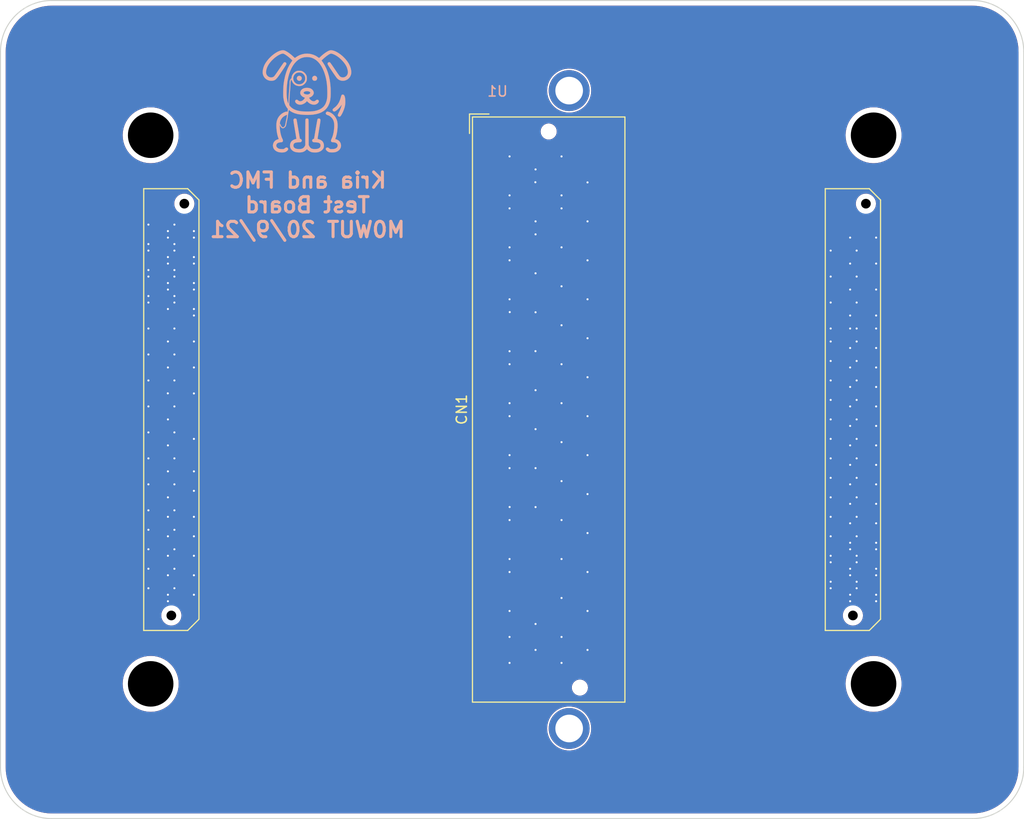
<source format=kicad_pcb>
(kicad_pcb (version 20210824) (generator pcbnew)
  (layers (0 "F.Cu" signal) (1 "In1.Cu" signal) (2 "In2.Cu" signal) (31 "B.Cu" signal) (34 "B.Paste" user) (35 "F.Paste" user) (36 "B.SilkS" user "B.Silkscreen") (37 "F.SilkS" user "F.Silkscreen") (38 "B.Mask" user) (39 "F.Mask" user) (44 "Edge.Cuts" user))
  (net 0 "")
  (net 1 "GND")
  (footprint "Connector_WUT:Samtec_FMC_ASP-134604-01_4x40_Vertical" (layer "F.Cu") (at 123.574048 100)
    (fp_text reference "CN1")
    (fp_text value "FMC_Mezzanine")
  )
  (footprint "Modules_WUT:Xilinx_Kria_SM-K26-XCL2GC_SOM" (layer "F.Cu") (at 120 100)
    (fp_text reference "U1")
    (fp_text value "Xilinx_Kria_SM-K26-XCL2GC_SOM")
  )
  (footprint "Misc_WUT:Logo_10mmx10mm" (layer "B.Cu") (at 100 70 180)
    (fp_text reference "M1" hide)
    (fp_text value "Logo_10mmx10mm" hide)
  )
  (gr_arc (start 165 65) (end 170 65) (angle -90) (layer "Edge.Cuts") (width 0.1))
  (gr_arc (start 165 135) (end 165 140) (angle -90) (layer "Edge.Cuts") (width 0.1))
  (gr_line (start 70 65) (end 70 135) (layer "Edge.Cuts") (width 0.1))
  (gr_line (start 165 60) (end 75 60) (layer "Edge.Cuts") (width 0.1))
  (gr_arc (start 75 65) (end 75 60) (angle -90) (layer "Edge.Cuts") (width 0.1))
  (gr_line (start 170 135) (end 170 65) (layer "Edge.Cuts") (width 0.1))
  (gr_arc (start 75 135) (end 70 135) (angle -90) (layer "Edge.Cuts") (width 0.1))
  (gr_line (start 75 140) (end 165 140) (layer "Edge.Cuts") (width 0.1))
  (gr_text "Kria and FMC\nTest Board\nM0WUT 20/9/21" (at 100 80) (layer "B.SilkS") (effects (font (size 1.5 1.5) (thickness 0.3)) (justify mirror)))
  (segment (start 151.14 99.05) (end 151.13 99.06) (width 0.2) (layer "F.Cu") (net 1))
  (segment (start 85.905 87.62) (end 86.35 87.62) (width 0.2) (layer "F.Cu") (net 1))
  (segment (start 119.766548 84.12) (end 119.749048 84.1375) (width 0.2) (layer "F.Cu") (net 1))
  (segment (start 154.095 92.065) (end 153.68 92.065) (width 0.2) (layer "F.Cu") (net 1))
  (segment (start 86.35 93.335) (end 86.36 93.345) (width 0.2) (layer "F.Cu") (net 1))
  (segment (start 120.404048 75.23) (end 119.766548 75.23) (width 0.2) (layer "F.Cu") (net 1))
  (segment (start 84.945 97.145) (end 84.465 97.145) (width 0.2) (layer "F.Cu") (net 1))
  (segment (start 154.095 116.83) (end 153.68 116.83) (width 0.2) (layer "F.Cu") (net 1))
  (segment (start 151.14 116.83) (end 151.13 116.84) (width 0.2) (layer "F.Cu") (net 1))
  (segment (start 151.555 110.48) (end 151.14 110.48) (width 0.2) (layer "F.Cu") (net 1))
  (segment (start 85.905 106.035) (end 86.35 106.035) (width 0.2) (layer "F.Cu") (net 1))
  (segment (start 87.485 83.81) (end 87.005 83.81) (width 0.2) (layer "F.Cu") (net 1))
  (segment (start 155.055 97.78) (end 155.565 97.78) (width 0.2) (layer "F.Cu") (net 1))
  (segment (start 125.484048 114.61) (end 124.836548 114.61) (width 0.2) (layer "F.Cu") (net 1))
  (segment (start 153.025 97.78) (end 153.035 97.79) (width 0.2) (layer "F.Cu") (net 1))
  (segment (start 153.68 104.765) (end 153.67 104.775) (width 0.2) (layer "F.Cu") (net 1))
  (segment (start 151.14 89.525) (end 151.13 89.535) (width 0.2) (layer "F.Cu") (net 1))
  (segment (start 85.905 116.195) (end 86.35 116.195) (width 0.2) (layer "F.Cu") (net 1))
  (segment (start 155.055 113.02) (end 155.565 113.02) (width 0.2) (layer "F.Cu") (net 1))
  (segment (start 155.565 90.795) (end 155.575 90.805) (width 0.2) (layer "F.Cu") (net 1))
  (segment (start 154.095 100.955) (end 153.68 100.955) (width 0.2) (layer "F.Cu") (net 1))
  (segment (start 120.404048 115.88) (end 119.756548 115.88) (width 0.2) (layer "F.Cu") (net 1))
  (segment (start 84.945 109.845) (end 84.465 109.845) (width 0.2) (layer "F.Cu") (net 1))
  (segment (start 122.271548 90.47) (end 122.289048 90.4875) (width 0.2) (layer "F.Cu") (net 1))
  (segment (start 154.095 99.05) (end 153.68 99.05) (width 0.2) (layer "F.Cu") (net 1))
  (segment (start 127.351548 93.01) (end 127.369048 93.0275) (width 0.2) (layer "F.Cu") (net 1))
  (segment (start 87.005 83.81) (end 86.995 83.82) (width 0.2) (layer "F.Cu") (net 1))
  (segment (start 87.485 84.445) (end 87.005 84.445) (width 0.2) (layer "F.Cu") (net 1))
  (segment (start 86.35 110.48) (end 86.36 110.49) (width 0.2) (layer "F.Cu") (net 1))
  (segment (start 84.945 83.81) (end 84.465 83.81) (width 0.2) (layer "F.Cu") (net 1))
  (segment (start 152.515 107.305) (end 153.025 107.305) (width 0.2) (layer "F.Cu") (net 1))
  (segment (start 88.89 114.29) (end 88.9 114.3) (width 0.2) (layer "F.Cu") (net 1))
  (segment (start 151.14 95.24) (end 151.13 95.25) (width 0.2) (layer "F.Cu") (net 1))
  (segment (start 119.756548 124.77) (end 119.749048 124.7775) (width 0.2) (layer "F.Cu") (net 1))
  (segment (start 87.005 88.89) (end 86.995 88.9) (width 0.2) (layer "F.Cu") (net 1))
  (segment (start 151.555 99.05) (end 151.14 99.05) (width 0.2) (layer "F.Cu") (net 1))
  (segment (start 154.095 97.145) (end 153.68 97.145) (width 0.2) (layer "F.Cu") (net 1))
  (segment (start 88.89 88.255) (end 88.9 88.265) (width 0.2) (layer "F.Cu") (net 1))
  (segment (start 84.945 94.605) (end 84.465 94.605) (width 0.2) (layer "F.Cu") (net 1))
  (segment (start 124.846548 84.12) (end 124.829048 84.1375) (width 0.2) (layer "F.Cu") (net 1))
  (segment (start 88.445 85.08) (end 88.89 85.08) (width 0.2) (layer "F.Cu") (net 1))
  (segment (start 151.555 93.335) (end 151.14 93.335) (width 0.2) (layer "F.Cu") (net 1))
  (segment (start 85.905 95.875) (end 86.35 95.875) (width 0.2) (layer "F.Cu") (net 1))
  (segment (start 155.565 83.175) (end 155.575 83.185) (width 0.2) (layer "F.Cu") (net 1))
  (segment (start 153.68 86.985) (end 153.67 86.995) (width 0.2) (layer "F.Cu") (net 1))
  (segment (start 124.836548 122.23) (end 124.829048 122.2375) (width 0.2) (layer "F.Cu") (net 1))
  (segment (start 84.945 92.065) (end 84.465 92.065) (width 0.2) (layer "F.Cu") (net 1))
  (segment (start 155.565 88.255) (end 155.575 88.265) (width 0.2) (layer "F.Cu") (net 1))
  (segment (start 87.485 109.845) (end 87.005 109.845) (width 0.2) (layer "F.Cu") (net 1))
  (segment (start 84.465 86.35) (end 84.455 86.36) (width 0.2) (layer "F.Cu") (net 1))
  (segment (start 85.905 112.385) (end 86.35 112.385) (width 0.2) (layer "F.Cu") (net 1))
  (segment (start 125.484048 87.94) (end 124.836548 87.94) (width 0.2) (layer "F.Cu") (net 1))
  (segment (start 122.271548 98.09) (end 122.289048 98.1075) (width 0.2) (layer "F.Cu") (net 1))
  (segment (start 152.515 85.715) (end 153.025 85.715) (width 0.2) (layer "F.Cu") (net 1))
  (segment (start 85.905 85.715) (end 86.35 85.715) (width 0.2) (layer "F.Cu") (net 1))
  (segment (start 127.361548 89.21) (end 127.369048 89.2175) (width 0.2) (layer "F.Cu") (net 1))
  (segment (start 87.005 94.605) (end 86.995 94.615) (width 0.2) (layer "F.Cu") (net 1))
  (segment (start 119.756548 79.05) (end 119.749048 79.0575) (width 0.2) (layer "F.Cu") (net 1))
  (segment (start 155.055 118.735) (end 155.565 118.735) (width 0.2) (layer "F.Cu") (net 1))
  (segment (start 153.68 117.465) (end 153.67 117.475) (width 0.2) (layer "F.Cu") (net 1))
  (segment (start 151.14 93.335) (end 151.13 93.345) (width 0.2) (layer "F.Cu") (net 1))
  (segment (start 151.14 112.385) (end 151.13 112.395) (width 0.2) (layer "F.Cu") (net 1))
  (segment (start 121.664048 86.66) (end 122.271548 86.66) (width 0.2) (layer "F.Cu") (net 1))
  (segment (start 119.756548 115.88) (end 119.749048 115.8875) (width 0.2) (layer "F.Cu") (net 1))
  (segment (start 151.555 100.955) (end 151.14 100.955) (width 0.2) (layer "F.Cu") (net 1))
  (segment (start 85.905 114.29) (end 86.35 114.29) (width 0.2) (layer "F.Cu") (net 1))
  (segment (start 151.555 108.575) (end 151.14 108.575) (width 0.2) (layer "F.Cu") (net 1))
  (segment (start 153.68 99.05) (end 153.67 99.06) (width 0.2) (layer "F.Cu") (net 1))
  (segment (start 126.744048 89.21) (end 127.361548 89.21) (width 0.2) (layer "F.Cu") (net 1))
  (segment (start 120.404048 79.05) (end 119.756548 79.05) (width 0.2) (layer "F.Cu") (net 1))
  (segment (start 126.744048 77.77) (end 127.351548 77.77) (width 0.2) (layer "F.Cu") (net 1))
  (segment (start 155.565 92.065) (end 155.575 92.075) (width 0.2) (layer "F.Cu") (net 1))
  (segment (start 152.515 118.1) (end 153.025 118.1) (width 0.2) (layer "F.Cu") (net 1))
  (segment (start 153.025 90.795) (end 153.035 90.805) (width 0.2) (layer "F.Cu") (net 1))
  (segment (start 127.059048 96.83) (end 126.744048 96.83) (width 0.2) (layer "F.Cu") (net 1))
  (segment (start 126.744048 112.06) (end 127.351548 112.06) (width 0.2) (layer "F.Cu") (net 1))
  (segment (start 86.35 85.715) (end 86.36 85.725) (width 0.2) (layer "F.Cu") (net 1))
  (segment (start 87.485 115.56) (end 87.005 115.56) (width 0.2) (layer "F.Cu") (net 1))
  (segment (start 86.35 95.875) (end 86.36 95.885) (width 0.2) (layer "F.Cu") (net 1))
  (segment (start 124.846548 95.55) (end 124.829048 95.5675) (width 0.2) (layer "F.Cu") (net 1))
  (segment (start 119.756548 104.45) (end 119.749048 104.4575) (width 0.2) (layer "F.Cu") (net 1))
  (segment (start 152.515 101.59) (end 153.025 101.59) (width 0.2) (layer "F.Cu") (net 1))
  (segment (start 119.756548 100.64) (end 119.749048 100.6475) (width 0.2) (layer "F.Cu") (net 1))
  (segment (start 88.445 98.415) (end 88.89 98.415) (width 0.2) (layer "F.Cu") (net 1))
  (segment (start 155.055 113.655) (end 155.565 113.655) (width 0.2) (layer "F.Cu") (net 1))
  (segment (start 88.445 118.1) (end 88.89 118.1) (width 0.2) (layer "F.Cu") (net 1))
  (segment (start 84.945 115.56) (end 84.465 115.56) (width 0.2) (layer "F.Cu") (net 1))
  (segment (start 85.905 118.1) (end 86.35 118.1) (width 0.2) (layer "F.Cu") (net 1))
  (segment (start 121.664048 77.77) (end 122.271548 77.77) (width 0.2) (layer "F.Cu") (net 1))
  (segment (start 88.89 106.035) (end 88.9 106.045) (width 0.2) (layer "F.Cu") (net 1))
  (segment (start 155.565 116.195) (end 155.575 116.205) (width 0.2) (layer "F.Cu") (net 1))
  (segment (start 119.756548 94.29) (end 119.749048 94.2975) (width 0.2) (layer "F.Cu") (net 1))
  (segment (start 121.664048 123.5) (end 122.281548 123.5) (width 0.2) (layer "F.Cu") (net 1))
  (segment (start 120.404048 109.53) (end 119.756548 109.53) (width 0.2) (layer "F.Cu") (net 1))
  (segment (start 119.766548 95.55) (end 119.749048 95.5675) (width 0.2) (layer "F.Cu") (net 1))
  (segment (start 124.836548 87.94) (end 124.829048 87.9475) (width 0.2) (layer "F.Cu") (net 1))
  (segment (start 84.945 102.225) (end 84.465 102.225) (width 0.2) (layer "F.Cu") (net 1))
  (segment (start 153.68 93.335) (end 153.67 93.345) (width 0.2) (layer "F.Cu") (net 1))
  (segment (start 86.35 118.735) (end 86.36 118.745) (width 0.2) (layer "F.Cu") (net 1))
  (segment (start 84.465 115.56) (end 84.455 115.57) (width 0.2) (layer "F.Cu") (net 1))
  (segment (start 155.565 118.735) (end 155.575 118.745) (width 0.2) (layer "F.Cu") (net 1))
  (segment (start 84.465 97.145) (end 84.455 97.155) (width 0.2) (layer "F.Cu") (net 1))
  (segment (start 124.846548 91.74) (end 124.829048 91.7575) (width 0.2) (layer "F.Cu") (net 1))
  (segment (start 153.025 118.735) (end 153.035 118.745) (width 0.2) (layer "F.Cu") (net 1))
  (segment (start 126.744048 104.45) (end 127.361548 104.45) (width 0.2) (layer "F.Cu") (net 1))
  (segment (start 151.555 86.985) (end 151.14 86.985) (width 0.2) (layer "F.Cu") (net 1))
  (segment (start 88.89 82.54) (end 88.9 82.55) (width 0.2) (layer "F.Cu") (net 1))
  (segment (start 152.515 113.655) (end 153.025 113.655) (width 0.2) (layer "F.Cu") (net 1))
  (segment (start 151.555 117.465) (end 151.14 117.465) (width 0.2) (layer "F.Cu") (net 1))
  (segment (start 120.404048 105.71) (end 119.766548 105.71) (width 0.2) (layer "F.Cu") (net 1))
  (segment (start 153.025 118.1) (end 153.035 118.11) (width 0.2) (layer "F.Cu") (net 1))
  (segment (start 84.465 92.065) (end 84.455 92.075) (width 0.2) (layer "F.Cu") (net 1))
  (segment (start 125.484048 95.55) (end 124.846548 95.55) (width 0.2) (layer "F.Cu") (net 1))
  (segment (start 153.025 95.875) (end 153.035 95.885) (width 0.2) (layer "F.Cu") (net 1))
  (segment (start 122.271548 120.95) (end 122.289048 120.9675) (width 0.2) (layer "F.Cu") (net 1))
  (segment (start 155.565 113.655) (end 155.575 113.665) (width 0.2) (layer "F.Cu") (net 1))
  (segment (start 84.945 86.35) (end 84.465 86.35) (width 0.2) (layer "F.Cu") (net 1))
  (segment (start 154.095 114.925) (end 153.68 114.925) (width 0.2) (layer "F.Cu") (net 1))
  (segment (start 119.766548 105.71) (end 119.749048 105.7275) (width 0.2) (layer "F.Cu") (net 1))
  (segment (start 151.14 114.925) (end 151.13 114.935) (width 0.2) (layer "F.Cu") (net 1))
  (segment (start 152.515 103.495) (end 153.025 103.495) (width 0.2) (layer "F.Cu") (net 1))
  (segment (start 84.465 107.305) (end 84.455 107.315) (width 0.2) (layer "F.Cu") (net 1))
  (segment (start 84.945 88.89) (end 84.465 88.89) (width 0.2) (layer "F.Cu") (net 1))
  (segment (start 87.485 107.305) (end 87.005 107.305) (width 0.2) (layer "F.Cu") (net 1))
  (segment (start 125.484048 84.12) (end 124.846548 84.12) (width 0.2) (layer "F.Cu") (net 1))
  (segment (start 88.89 90.795) (end 88.9 90.805) (width 0.2) (layer "F.Cu") (net 1))
  (segment (start 127.361548 108.26) (end 127.369048 108.2675) (width 0.2) (layer "F.Cu") (net 1))
  (segment (start 155.565 111.115) (end 155.575 111.125) (width 0.2) (layer "F.Cu") (net 1))
  (segment (start 126.744048 100.62) (end 127.341548 100.62) (width 0.2) (layer "F.Cu") (net 1))
  (segment (start 155.055 99.685) (end 155.565 99.685) (width 0.2) (layer "F.Cu") (net 1))
  (segment (start 151.14 117.465) (end 151.13 117.475) (width 0.2) (layer "F.Cu") (net 1))
  (segment (start 155.055 103.495) (end 155.565 103.495) (width 0.2) (layer "F.Cu") (net 1))
  (segment (start 151.14 102.86) (end 151.13 102.87) (width 0.2) (layer "F.Cu") (net 1))
  (segment (start 125.484048 79.05) (end 124.836548 79.05) (width 0.2) (layer "F.Cu") (net 1))
  (segment (start 120.404048 124.77) (end 119.756548 124.77) (width 0.2) (layer "F.Cu") (net 1))
  (segment (start 153.68 102.86) (end 153.67 102.87) (width 0.2) (layer "F.Cu") (net 1))
  (segment (start 155.565 109.21) (end 155.575 109.22) (width 0.2) (layer "F.Cu") (net 1))
  (segment (start 153.025 116.195) (end 153.035 116.205) (width 0.2) (layer "F.Cu") (net 1))
  (segment (start 88.89 116.195) (end 88.9 116.205) (width 0.2) (layer "F.Cu") (net 1))
  (segment (start 127.369048 96.8375) (end 127.059048 96.83) (width 0.2) (layer "F.Cu") (net 1))
  (segment (start 153.025 99.685) (end 153.035 99.695) (width 0.2) (layer "F.Cu") (net 1))
  (segment (start 152.515 97.78) (end 153.025 97.78) (width 0.2) (layer "F.Cu") (net 1))
  (segment (start 122.271548 86.66) (end 122.289048 86.6775) (width 0.2) (layer "F.Cu") (net 1))
  (segment (start 85.905 82.54) (end 86.35 82.54) (width 0.2) (layer "F.Cu") (net 1))
  (segment (start 88.445 112.385) (end 88.89 112.385) (width 0.2) (layer "F.Cu") (net 1))
  (segment (start 122.281548 81.59) (end 122.289048 81.5975) (width 0.2) (layer "F.Cu") (net 1))
  (segment (start 88.445 93.335) (end 88.89 93.335) (width 0.2) (layer "F.Cu") (net 1))
  (segment (start 154.095 112.385) (end 153.68 112.385) (width 0.2) (layer "F.Cu") (net 1))
  (segment (start 153.68 95.24) (end 153.67 95.25) (width 0.2) (layer "F.Cu") (net 1))
  (segment (start 151.14 106.67) (end 151.13 106.68) (width 0.2) (layer "F.Cu") (net 1))
  (segment (start 153.68 84.445) (end 153.67 84.455) (width 0.2) (layer "F.Cu") (net 1))
  (segment (start 85.905 90.16) (end 86.35 90.16) (width 0.2) (layer "F.Cu") (net 1))
  (segment (start 151.555 104.765) (end 151.14 104.765) (width 0.2) (layer "F.Cu") (net 1))
  (segment (start 88.89 87.62) (end 88.9 87.63) (width 0.2) (layer "F.Cu") (net 1))
  (segment (start 86.35 108.575) (end 86.36 108.585) (width 0.2) (layer "F.Cu") (net 1))
  (segment (start 154.095 114.29) (end 153.68 114.29) (width 0.2) (layer "F.Cu") (net 1))
  (segment (start 120.404048 94.29) (end 119.756548 94.29) (width 0.2) (layer "F.Cu") (net 1))
  (segment (start 122.281548 82.86) (end 122.289048 82.8675) (width 0.2) (layer "F.Cu") (net 1))
  (segment (start 155.565 105.4) (end 155.575 105.41) (width 0.2) (layer "F.Cu") (net 1))
  (segment (start 120.404048 104.45) (end 119.756548 104.45) (width 0.2) (layer "F.Cu") (net 1))
  (segment (start 153.68 89.525) (end 153.67 89.535) (width 0.2) (layer "F.Cu") (net 1))
  (segment (start 127.361548 115.88) (end 127.369048 115.8875) (width 0.2) (layer "F.Cu") (net 1))
  (segment (start 151.555 116.83) (end 151.14 116.83) (width 0.2) (layer "F.Cu") (net 1))
  (segment (start 155.055 83.175) (end 155.565 83.175) (width 0.2) (layer "F.Cu") (net 1))
  (segment (start 126.744048 108.26) (end 127.361548 108.26) (width 0.2) (layer "F.Cu") (net 1))
  (segment (start 87.485 88.89) (end 87.005 88.89) (width 0.2) (layer "F.Cu") (net 1))
  (segment (start 124.846548 103.17) (end 124.829048 103.1875) (width 0.2) (layer "F.Cu") (net 1))
  (segment (start 121.664048 76.5) (end 122.271548 76.5) (width 0.2) (layer "F.Cu") (net 1))
  (segment (start 155.055 109.21) (end 155.565 109.21) (width 0.2) (layer "F.Cu") (net 1))
  (segment (start 86.35 83.175) (end 86.36 83.185) (width 0.2) (layer "F.Cu") (net 1))
  (segment (start 154.095 84.445) (end 153.68 84.445) (width 0.2) (layer "F.Cu") (net 1))
  (segment (start 88.89 90.16) (end 88.9 90.17) (width 0.2) (layer "F.Cu") (net 1))
  (segment (start 152.515 105.4) (end 153.025 105.4) (width 0.2) (layer "F.Cu") (net 1))
  (segment (start 127.351548 85.39) (end 127.369048 85.4075) (width 0.2) (layer "F.Cu") (net 1))
  (segment (start 155.055 92.065) (end 155.565 92.065) (width 0.2) (layer "F.Cu") (net 1))
  (segment (start 153.025 113.655) (end 153.035 113.665) (width 0.2) (layer "F.Cu") (net 1))
  (segment (start 87.005 97.145) (end 86.995 97.155) (width 0.2) (layer "F.Cu") (net 1))
  (segment (start 86.35 82.54) (end 86.36 82.55) (width 0.2) (layer "F.Cu") (net 1))
  (segment (start 121.664048 94.29) (end 122.281548 94.29) (width 0.2) (layer "F.Cu") (net 1))
  (segment (start 87.485 102.225) (end 87.005 102.225) (width 0.2) (layer "F.Cu") (net 1))
  (segment (start 122.271548 76.5) (end 122.289048 76.5175) (width 0.2) (layer "F.Cu") (net 1))
  (segment (start 86.35 85.08) (end 86.36 85.09) (width 0.2) (layer "F.Cu") (net 1))
  (segment (start 155.055 107.305) (end 155.565 107.305) (width 0.2) (layer "F.Cu") (net 1))
  (segment (start 121.664048 101.91) (end 122.281548 101.91) (width 0.2) (layer "F.Cu") (net 1))
  (segment (start 152.515 109.21) (end 153.025 109.21) (width 0.2) (layer "F.Cu") (net 1))
  (segment (start 151.555 89.525) (end 151.14 89.525) (width 0.2) (layer "F.Cu") (net 1))
  (segment (start 151.14 100.955) (end 151.13 100.965) (width 0.2) (layer "F.Cu") (net 1))
  (segment (start 153.68 108.575) (end 153.67 108.585) (width 0.2) (layer "F.Cu") (net 1))
  (segment (start 86.35 106.035) (end 86.36 106.045) (width 0.2) (layer "F.Cu") (net 1))
  (segment (start 151.555 106.67) (end 151.14 106.67) (width 0.2) (layer "F.Cu") (net 1))
  (segment (start 86.35 100.955) (end 86.36 100.965) (width 0.2) (layer "F.Cu") (net 1))
  (segment (start 154.095 86.985) (end 153.68 86.985) (width 0.2) (layer "F.Cu") (net 1))
  (segment (start 153.68 106.67) (end 153.67 106.68) (width 0.2) (layer "F.Cu") (net 1))
  (segment (start 86.35 90.16) (end 86.36 90.17) (width 0.2) (layer "F.Cu") (net 1))
  (segment (start 120.404048 100.64) (end 119.756548 100.64) (width 0.2) (layer "F.Cu") (net 1))
  (segment (start 151.14 97.145) (end 151.13 97.155) (width 0.2) (layer "F.Cu") (net 1))
  (segment (start 87.485 86.35) (end 87.005 86.35) (width 0.2) (layer "F.Cu") (net 1))
  (segment (start 124.846548 118.41) (end 124.829048 118.4275) (width 0.2) (layer "F.Cu") (net 1))
  (segment (start 87.005 111.75) (end 86.995 111.76) (width 0.2) (layer "F.Cu") (net 1))
  (segment (start 125.484048 118.41) (end 124.846548 118.41) (width 0.2) (layer "F.Cu") (net 1))
  (segment (start 87.005 113.655) (end 86.995 113.665) (width 0.2) (layer "F.Cu") (net 1))
  (segment (start 88.89 83.175) (end 88.9 83.185) (width 0.2) (layer "F.Cu") (net 1))
  (segment (start 84.945 111.75) (end 84.465 111.75) (width 0.2) (layer "F.Cu") (net 1))
  (segment (start 151.14 104.765) (end 151.13 104.775) (width 0.2) (layer "F.Cu") (net 1))
  (segment (start 84.465 94.605) (end 84.455 94.615) (width 0.2) (layer "F.Cu") (net 1))
  (segment (start 87.005 81.905) (end 86.995 81.915) (width 0.2) (layer "F.Cu") (net 1))
  (segment (start 153.025 93.97) (end 153.035 93.98) (width 0.2) (layer "F.Cu") (net 1))
  (segment (start 87.005 104.765) (end 86.995 104.775) (width 0.2) (layer "F.Cu") (net 1))
  (segment (start 87.485 81.905) (end 87.005 81.905) (width 0.2) (layer "F.Cu") (net 1))
  (segment (start 152.515 90.795) (end 153.025 90.795) (width 0.2) (layer "F.Cu") (net 1))
  (segment (start 155.055 101.59) (end 155.565 101.59) (width 0.2) (layer "F.Cu") (net 1))
  (segment (start 125.484048 106.99) (end 124.836548 106.99) (width 0.2) (layer "F.Cu") (net 1))
  (segment (start 151.555 92.065) (end 151.14 92.065) (width 0.2) (layer "F.Cu") (net 1))
  (segment (start 153.68 112.385) (end 153.67 112.395) (width 0.2) (layer "F.Cu") (net 1))
  (segment (start 120.404048 84.12) (end 119.766548 84.12) (width 0.2) (layer "F.Cu") (net 1))
  (segment (start 85.905 83.175) (end 86.35 83.175) (width 0.2) (layer "F.Cu") (net 1))
  (segment (start 126.744048 81.59) (end 127.361548 81.59) (width 0.2) (layer "F.Cu") (net 1))
  (segment (start 152.515 115.56) (end 153.025 115.56) (width 0.2) (layer "F.Cu") (net 1))
  (segment (start 87.485 89.525) (end 87.005 89.525) (width 0.2) (layer "F.Cu") (net 1))
  (segment (start 155.055 95.875) (end 155.565 95.875) (width 0.2) (layer "F.Cu") (net 1))
  (segment (start 125.484048 103.17) (end 124.846548 103.17) (width 0.2) (layer "F.Cu") (net 1))
  (segment (start 151.555 84.445) (end 151.4575 84.445) (width 0.2) (layer "F.Cu") (net 1))
  (segment (start 84.465 83.81) (end 84.455 83.82) (width 0.2) (layer "F.Cu") (net 1))
  (segment (start 125.484048 80.32) (end 124.836548 80.32) (width 0.2) (layer "F.Cu") (net 1))
  (segment (start 84.945 99.685) (end 84.465 99.685) (width 0.2) (layer "F.Cu") (net 1))
  (segment (start 125.484048 110.79) (end 124.846548 110.79) (width 0.2) (layer "F.Cu") (net 1))
  (segment (start 84.945 104.765) (end 84.465 104.765) (width 0.2) (layer "F.Cu") (net 1))
  (segment (start 88.445 82.54) (end 88.89 82.54) (width 0.2) (layer "F.Cu") (net 1))
  (segment (start 151.555 114.925) (end 151.14 114.925) (width 0.2) (layer "F.Cu") (net 1))
  (segment (start 87.485 111.75) (end 87.005 111.75) (width 0.2) (layer "F.Cu") (net 1))
  (segment (start 125.484048 99.36) (end 124.846548 99.36) (width 0.2) (layer "F.Cu") (net 1))
  (segment (start 155.565 115.56) (end 155.575 115.57) (width 0.2) (layer "F.Cu") (net 1))
  (segment (start 88.445 83.175) (end 88.89 83.175) (width 0.2) (layer "F.Cu") (net 1))
  (segment (start 87.485 104.765) (end 87.005 104.765) (width 0.2) (layer "F.Cu") (net 1))
  (segment (start 154.095 104.765) (end 153.68 104.765) (width 0.2) (layer "F.Cu") (net 1))
  (segment (start 152.515 92.065) (end 153.025 92.065) (width 0.2) (layer "F.Cu") (net 1))
  (segment (start 84.945 84.445) (end 84.465 84.445) (width 0.2) (layer "F.Cu") (net 1))
  (segment (start 87.005 107.305) (end 86.995 107.315) (width 0.2) (layer "F.Cu") (net 1))
  (segment (start 85.905 93.335) (end 86.35 93.335) (width 0.2) (layer "F.Cu") (net 1))
  (segment (start 84.465 111.75) (end 84.455 111.76) (width 0.2) (layer "F.Cu") (net 1))
  (segment (start 153.68 100.955) (end 153.67 100.965) (width 0.2) (layer "F.Cu") (net 1))
  (segment (start 155.565 113.02) (end 155.575 113.03) (width 0.2) (layer "F.Cu") (net 1))
  (segment (start 119.756548 114.61) (end 119.749048 114.6175) (width 0.2) (layer "F.Cu") (net 1))
  (segment (start 153.025 105.4) (end 153.035 105.41) (width 0.2) (layer "F.Cu") (net 1))
  (segment (start 124.836548 80.32) (end 124.829048 80.3275) (width 0.2) (layer "F.Cu") (net 1))
  (segment (start 155.055 118.1) (end 155.565 118.1) (width 0.2) (layer "F.Cu") (net 1))
  (segment (start 153.68 97.145) (end 153.67 97.155) (width 0.2) (layer "F.Cu") (net 1))
  (segment (start 84.465 102.225) (end 84.455 102.235) (width 0.2) (layer "F.Cu") (net 1))
  (segment (start 88.89 85.715) (end 88.9 85.725) (width 0.2) (layer "F.Cu") (net 1))
  (segment (start 87.485 86.985) (end 87.005 86.985) (width 0.2) (layer "F.Cu") (net 1))
  (segment (start 88.89 110.48) (end 88.9 110.49) (width 0.2) (layer "F.Cu") (net 1))
  (segment (start 85.905 88.255) (end 86.35 88.255) (width 0.2) (layer "F.Cu") (net 1))
  (segment (start 122.281548 109.53) (end 122.289048 109.5375) (width 0.2) (layer "F.Cu") (net 1))
  (segment (start 84.465 104.765) (end 84.455 104.775) (width 0.2) (layer "F.Cu") (net 1))
  (segment (start 84.465 113.655) (end 84.455 113.665) (width 0.2) (layer "F.Cu") (net 1))
  (segment (start 152.515 83.175) (end 153.025 83.175) (width 0.2) (layer "F.Cu") (net 1))
  (segment (start 154.095 93.335) (end 153.68 93.335) (width 0.2) (layer "F.Cu") (net 1))
  (segment (start 87.485 97.145) (end 87.005 97.145) (width 0.2) (layer "F.Cu") (net 1))
  (segment (start 87.005 102.225) (end 86.995 102.235) (width 0.2) (layer "F.Cu") (net 1))
  (segment (start 124.836548 79.05) (end 124.829048 79.0575) (width 0.2) (layer "F.Cu") (net 1))
  (segment (start 152.515 95.875) (end 153.025 95.875) (width 0.2) (layer "F.Cu") (net 1))
  (segment (start 88.445 116.195) (end 88.89 116.195) (width 0.2) (layer "F.Cu") (net 1))
  (segment (start 152.515 88.255) (end 153.025 88.255) (width 0.2) (layer "F.Cu") (net 1))
  (segment (start 155.565 103.495) (end 155.575 103.505) (width 0.2) (layer "F.Cu") (net 1))
  (segment (start 87.005 86.35) (end 86.995 86.36) (width 0.2) (layer "F.Cu") (net 1))
  (segment (start 154.095 106.67) (end 153.68 106.67) (width 0.2) (layer "F.Cu") (net 1))
  (segment (start 119.766548 85.39) (end 119.749048 85.4075) (width 0.2) (layer "F.Cu") (net 1))
  (segment (start 87.005 117.465) (end 86.995 117.475) (width 0.2) (layer "F.Cu") (net 1))
  (segment (start 88.89 85.08) (end 88.9 85.09) (width 0.2) (layer "F.Cu") (net 1))
  (segment (start 121.664048 82.86) (end 122.281548 82.86) (width 0.2) (layer "F.Cu") (net 1))
  (segment (start 152.515 118.735) (end 153.025 118.735) (width 0.2) (layer "F.Cu") (net 1))
  (segment (start 84.945 89.525) (end 84.465 89.525) (width 0.2) (layer "F.Cu") (net 1))
  (segment (start 88.445 106.035) (end 88.89 106.035) (width 0.2) (layer "F.Cu") (net 1))
  (segment (start 87.005 115.56) (end 86.995 115.57) (width 0.2) (layer "F.Cu") (net 1))
  (segment (start 84.945 113.655) (end 84.465 113.655) (width 0.2) (layer "F.Cu") (net 1))
  (segment (start 121.664048 120.95) (end 122.271548 120.95) (width 0.2) (layer "F.Cu") (net 1))
  (segment (start 151.14 108.575) (end 151.13 108.585) (width 0.2) (layer "F.Cu") (net 1))
  (segment (start 87.005 84.445) (end 86.995 84.455) (width 0.2) (layer "F.Cu") (net 1))
  (segment (start 119.756548 122.23) (end 119.749048 122.2375) (width 0.2) (layer "F.Cu") (net 1))
  (segment (start 155.055 93.97) (end 155.565 93.97) (width 0.2) (layer "F.Cu") (net 1))
  (segment (start 121.664048 98.09) (end 122.271548 98.09) (width 0.2) (layer "F.Cu") (net 1))
  (segment (start 88.89 102.86) (end 88.9 102.87) (width 0.2) (layer "F.Cu") (net 1))
  (segment (start 153.68 116.83) (end 153.67 116.84) (width 0.2) (layer "F.Cu") (net 1))
  (segment (start 87.485 86.985) (end 87.3025 86.985) (width 0.2) (layer "F.Cu") (net 1))
  (segment (start 84.465 117.465) (end 84.455 117.475) (width 0.2) (layer "F.Cu") (net 1))
  (segment (start 119.756548 89.21) (end 119.749048 89.2175) (width 0.2) (layer "F.Cu") (net 1))
  (segment (start 120.404048 110.79) (end 119.766548 110.79) (width 0.2) (layer "F.Cu") (net 1))
  (segment (start 87.005 89.525) (end 86.995 89.535) (width 0.2) (layer "F.Cu") (net 1))
  (segment (start 153.025 83.175) (end 153.035 83.185) (width 0.2) (layer "F.Cu") (net 1))
  (segment (start 121.664048 81.59) (end 122.281548 81.59) (width 0.2) (layer "F.Cu") (net 1))
  (segment (start 151.14 110.48) (end 151.13 110.49) (width 0.2) (layer "F.Cu") (net 1))
  (segment (start 122.271548 105.71) (end 122.289048 105.7275) (width 0.2) (layer "F.Cu") (net 1))
  (segment (start 119.766548 75.23) (end 119.749048 75.2475) (width 0.2) (layer "F.Cu") (net 1))
  (segment (start 124.846548 110.79) (end 124.829048 110.8075) (width 0.2) (layer "F.Cu") (net 1))
  (segment (start 87.485 117.465) (end 87.005 117.465) (width 0.2) (layer "F.Cu") (net 1))
  (segment (start 127.351548 77.77) (end 127.369048 77.7875) (width 0.2) (layer "F.Cu") (net 1))
  (segment (start 152.515 99.685) (end 153.025 99.685) (width 0.2) (layer "F.Cu") (net 1))
  (segment (start 87.485 92.065) (end 87.005 92.065) (width 0.2) (layer "F.Cu") (net 1))
  (segment (start 120.404048 99.36) (end 119.766548 99.36) (width 0.2) (layer "F.Cu") (net 1))
  (segment (start 88.445 85.715) (end 88.89 85.715) (width 0.2) (layer "F.Cu") (net 1))
  (segment (start 86.35 87.62) (end 86.36 87.63) (width 0.2) (layer "F.Cu") (net 1))
  (segment (start 127.341548 100.62) (end 127.369048 100.6475) (width 0.2) (layer "F.Cu") (net 1))
  (segment (start 88.445 87.62) (end 88.89 87.62) (width 0.2) (layer "F.Cu") (net 1))
  (segment (start 122.281548 123.5) (end 122.289048 123.5075) (width 0.2) (layer "F.Cu") (net 1))
  (segment (start 153.025 113.02) (end 153.035 113.03) (width 0.2) (layer "F.Cu") (net 1))
  (segment (start 124.836548 106.99) (end 124.829048 106.9975) (width 0.2) (layer "F.Cu") (net 1))
  (segment (start 153.025 88.255) (end 153.035 88.265) (width 0.2) (layer "F.Cu") (net 1))
  (segment (start 125.484048 124.77) (end 124.836548 124.77) (width 0.2) (layer "F.Cu") (net 1))
  (segment (start 88.445 90.16) (end 88.89 90.16) (width 0.2) (layer "F.Cu") (net 1))
  (segment (start 85.905 85.08) (end 86.35 85.08) (width 0.2) (layer "F.Cu") (net 1))
  (segment (start 85.905 118.735) (end 86.35 118.735) (width 0.2) (layer "F.Cu") (net 1))
  (segment (start 155.565 101.59) (end 155.575 101.6) (width 0.2) (layer "F.Cu") (net 1))
  (segment (start 84.945 81.905) (end 84.465 81.905) (width 0.2) (layer "F.Cu") (net 1))
  (segment (start 87.005 92.065) (end 86.995 92.075) (width 0.2) (layer "F.Cu") (net 1))
  (segment (start 88.89 118.1) (end 88.9 118.11) (width 0.2) (layer "F.Cu") (net 1))
  (segment (start 119.756548 80.32) (end 119.749048 80.3275) (width 0.2) (layer "F.Cu") (net 1))
  (segment (start 151.555 97.145) (end 151.14 97.145) (width 0.2) (layer "F.Cu") (net 1))
  (segment (start 119.766548 110.79) (end 119.749048 110.8075) (width 0.2) (layer "F.Cu") (net 1))
  (segment (start 88.445 114.29) (end 88.89 114.29) (width 0.2) (layer "F.Cu") (net 1))
  (segment (start 88.89 93.335) (end 88.9 93.345) (width 0.2) (layer "F.Cu") (net 1))
  (segment (start 88.89 98.415) (end 88.9 98.425) (width 0.2) (layer "F.Cu") (net 1))
  (segment (start 120.404048 114.61) (end 119.756548 114.61) (width 0.2) (layer "F.Cu") (net 1))
  (segment (start 153.025 85.715) (end 153.035 85.725) (width 0.2) (layer "F.Cu") (net 1))
  (segment (start 155.055 85.715) (end 155.565 85.715) (width 0.2) (layer "F.Cu") (net 1))
  (segment (start 151.555 95.24) (end 151.14 95.24) (width 0.2) (layer "F.Cu") (net 1))
  (segment (start 126.744048 123.5) (end 127.361548 123.5) (width 0.2) (layer "F.Cu") (net 1))
  (segment (start 125.466548 75.2475) (end 125.484048 75.23) (width 0.2) (layer "F.Cu") (net 1))
  (segment (start 88.89 112.385) (end 88.9 112.395) (width 0.2) (layer "F.Cu") (net 1))
  (segment (start 87.005 109.845) (end 86.995 109.855) (width 0.2) (layer "F.Cu") (net 1))
  (segment (start 84.465 88.89) (end 84.455 88.9) (width 0.2) (layer "F.Cu") (net 1))
  (segment (start 87.485 99.685) (end 87.005 99.685) (width 0.2) (layer "F.Cu") (net 1))
  (segment (start 84.465 99.685) (end 84.455 99.695) (width 0.2) (layer "F.Cu") (net 1))
  (segment (start 151.14 114.29) (end 151.13 114.3) (width 0.2) (layer "F.Cu") (net 1))
  (segment (start 88.445 88.255) (end 88.89 88.255) (width 0.2) (layer "F.Cu") (net 1))
  (segment (start 153.68 92.065) (end 153.67 92.075) (width 0.2) (layer "F.Cu") (net 1))
  (segment (start 155.055 116.195) (end 155.565 116.195) (width 0.2) (layer "F.Cu") (net 1))
  (segment (start 155.565 97.78) (end 155.575 97.79) (width 0.2) (layer "F.Cu") (net 1))
  (segment (start 86.35 88.255) (end 86.36 88.265) (width 0.2) (layer "F.Cu") (net 1))
  (segment (start 124.829048 75.2475) (end 125.466548 75.2475) (width 0.2) (layer "F.Cu") (net 1))
  (segment (start 151.14 92.065) (end 151.13 92.075) (width 0.2) (layer "F.Cu") (net 1))
  (segment (start 155.055 105.4) (end 155.565 105.4) (width 0.2) (layer "F.Cu") (net 1))
  (segment (start 120.401548 119.68) (end 120.384048 119.6975) (width 0.2) (layer "F.Cu") (net 1))
  (segment (start 154.095 110.48) (end 153.68 110.48) (width 0.2) (layer "F.Cu") (net 1))
  (segment (start 155.565 118.1) (end 155.575 118.11) (width 0.2) (layer "F.Cu") (net 1))
  (segment (start 85.905 108.575) (end 86.35 108.575) (width 0.2) (layer "F.Cu") (net 1))
  (segment (start 120.404048 122.23) (end 119.756548 122.23) (width 0.2) (layer "F.Cu") (net 1))
  (segment (start 154.095 89.525) (end 153.68 89.525) (width 0.2) (layer "F.Cu") (net 1))
  (segment (start 153.025 92.065) (end 153.035 92.075) (width 0.2) (layer "F.Cu") (net 1))
  (segment (start 153.025 103.495) (end 153.035 103.505) (width 0.2) (layer "F.Cu") (net 1))
  (segment (start 124.846548 99.36) (end 124.829048 99.3775) (width 0.2) (layer "F.Cu") (net 1))
  (segment (start 86.35 112.385) (end 86.36 112.395) (width 0.2) (layer "F.Cu") (net 1))
  (segment (start 155.565 85.715) (end 155.575 85.725) (width 0.2) (layer "F.Cu") (net 1))
  (segment (start 86.35 114.29) (end 86.36 114.3) (width 0.2) (layer "F.Cu") (net 1))
  (segment (start 85.905 103.495) (end 86.35 103.495) (width 0.2) (layer "F.Cu") (net 1))
  (segment (start 87.005 99.685) (end 86.995 99.695) (width 0.2) (layer "F.Cu") (net 1))
  (segment (start 155.565 95.875) (end 155.575 95.885) (width 0.2) (layer "F.Cu") (net 1))
  (segment (start 152.515 93.97) (end 153.025 93.97) (width 0.2) (layer "F.Cu") (net 1))
  (segment (start 155.055 88.255) (end 155.565 88.255) (width 0.2) (layer "F.Cu") (net 1))
  (segment (start 154.095 95.24) (end 153.68 95.24) (width 0.2) (layer "F.Cu") (net 1))
  (segment (start 84.465 109.845) (end 84.455 109.855) (width 0.2) (layer "F.Cu") (net 1))
  (segment (start 88.445 95.875) (end 88.89 95.875) (width 0.2) (layer "F.Cu") (net 1))
  (segment (start 124.836548 124.77) (end 124.829048 124.7775) (width 0.2) (layer "F.Cu") (net 1))
  (segment (start 152.515 113.02) (end 153.025 113.02) (width 0.2) (layer "F.Cu") (net 1))
  (segment (start 120.404048 90.47) (end 119.766548 90.47) (width 0.2) (layer "F.Cu") (net 1))
  (segment (start 126.744048 93.01) (end 127.351548 93.01) (width 0.2) (layer "F.Cu") (net 1))
  (segment (start 86.35 118.1) (end 86.36 118.11) (width 0.2) (layer "F.Cu") (net 1))
  (segment (start 119.766548 99.36) (end 119.749048 99.3775) (width 0.2) (layer "F.Cu") (net 1))
  (segment (start 151.4575 84.445) (end 151.4475 84.455) (width 0.2) (layer "F.Cu") (net 1))
  (segment (start 151.555 102.86) (end 151.14 102.86) (width 0.2) (layer "F.Cu") (net 1))
  (segment (start 151.555 114.29) (end 151.14 114.29) (width 0.2) (layer "F.Cu") (net 1))
  (segment (start 84.945 117.465) (end 84.465 117.465) (width 0.2) (layer "F.Cu") (net 1))
  (segment (start 154.095 108.575) (end 153.68 108.575) (width 0.2) (layer "F.Cu") (net 1))
  (segment (start 155.055 90.795) (end 155.565 90.795) (width 0.2) (layer "F.Cu") (net 1))
  (segment (start 153.68 110.48) (end 153.67 110.49) (width 0.2) (layer "F.Cu") (net 1))
  (segment (start 121.664048 105.71) (end 122.271548 105.71) (width 0.2) (layer "F.Cu") (net 1))
  (segment (start 121.664048 109.53) (end 122.281548 109.53) (width 0.2) (layer "F.Cu") (net 1))
  (segment (start 151.555 112.385) (end 151.14 112.385) (width 0.2) (layer "F.Cu") (net 1))
  (segment (start 152.515 116.195) (end 153.025 116.195) (width 0.2) (layer "F.Cu") (net 1))
  (segment (start 88.89 107.94) (end 88.9 107.95) (width 0.2) (layer "F.Cu") (net 1))
  (segment (start 85.905 110.48) (end 86.35 110.48) (width 0.2) (layer "F.Cu") (net 1))
  (segment (start 86.35 103.495) (end 86.36 103.505) (width 0.2) (layer "F.Cu") (net 1))
  (segment (start 153.025 107.305) (end 153.035 107.315) (width 0.2) (layer "F.Cu") (net 1))
  (segment (start 120.404048 85.39) (end 119.766548 85.39) (width 0.2) (layer "F.Cu") (net 1))
  (segment (start 87.485 94.605) (end 87.005 94.605) (width 0.2) (layer "F.Cu") (net 1))
  (segment (start 151.4475 84.455) (end 151.13 84.455) (width 0.2) (layer "F.Cu") (net 1))
  (segment (start 153.68 114.29) (end 153.67 114.3) (width 0.2) (layer "F.Cu") (net 1))
  (segment (start 153.025 101.59) (end 153.035 101.6) (width 0.2) (layer "F.Cu") (net 1))
  (segment (start 153.025 109.21) (end 153.035 109.22) (width 0.2) (layer "F.Cu") (net 1))
  (segment (start 86.35 116.195) (end 86.36 116.205) (width 0.2) (layer "F.Cu") (net 1))
  (segment (start 155.055 115.56) (end 155.565 115.56) (width 0.2) (layer "F.Cu") (net 1))
  (segment (start 84.945 86.985) (end 84.465 86.985) (width 0.2) (layer "F.Cu") (net 1))
  (segment (start 125.484048 91.74) (end 124.846548 91.74) (width 0.2) (layer "F.Cu") (net 1))
  (segment (start 153.68 114.925) (end 153.67 114.935) (width 0.2) (layer "F.Cu") (net 1))
  (segment (start 120.404048 89.21) (end 119.756548 89.21) (width 0.2) (layer "F.Cu") (net 1))
  (segment (start 120.404048 119.68) (end 120.401548 119.68) (width 0.2) (layer "F.Cu") (net 1))
  (segment (start 84.465 84.445) (end 84.455 84.455) (width 0.2) (layer "F.Cu") (net 1))
  (segment (start 126.744048 115.88) (end 127.361548 115.88) (width 0.2) (layer "F.Cu") (net 1))
  (segment (start 88.445 90.795) (end 88.89 90.795) (width 0.2) (layer "F.Cu") (net 1))
  (segment (start 127.361548 81.59) (end 127.369048 81.5975) (width 0.2) (layer "F.Cu") (net 1))
  (segment (start 127.351548 112.06) (end 127.369048 112.0775) (width 0.2) (layer "F.Cu") (net 1))
  (segment (start 120.404048 95.55) (end 119.766548 95.55) (width 0.2) (layer "F.Cu") (net 1))
  (segment (start 85.905 100.955) (end 86.35 100.955) (width 0.2) (layer "F.Cu") (net 1))
  (segment (start 84.465 81.905) (end 84.455 81.915) (width 0.2) (layer "F.Cu") (net 1))
  (segment (start 125.484048 122.23) (end 124.836548 122.23) (width 0.2) (layer "F.Cu") (net 1))
  (segment (start 124.836548 114.61) (end 124.829048 114.6175) (width 0.2) (layer "F.Cu") (net 1))
  (segment (start 84.465 89.525) (end 84.455 89.535) (width 0.2) (layer "F.Cu") (net 1))
  (segment (start 154.095 102.86) (end 153.68 102.86) (width 0.2) (layer "F.Cu") (net 1))
  (segment (start 127.351548 119.68) (end 127.369048 119.6975) (width 0.2) (layer "F.Cu") (net 1))
  (segment (start 153.025 115.56) (end 153.035 115.57) (width 0.2) (layer "F.Cu") (net 1))
  (segment (start 152.515 111.115) (end 153.025 111.115) (width 0.2) (layer "F.Cu") (net 1))
  (segment (start 120.404048 80.32) (end 119.756548 80.32) (width 0.2) (layer "F.Cu") (net 1))
  (segment (start 155.565 99.685) (end 155.575 99.695) (width 0.2) (layer "F.Cu") (net 1))
  (segment (start 84.465 86.985) (end 84.455 86.995) (width 0.2) (layer "F.Cu") (net 1))
  (segment (start 151.14 86.985) (end 151.13 86.995) (width 0.2) (layer "F.Cu") (net 1))
  (segment (start 88.89 95.875) (end 88.9 95.885) (width 0.2) (layer "F.Cu") (net 1))
  (segment (start 127.361548 123.5) (end 127.369048 123.5075) (width 0.2) (layer "F.Cu") (net 1))
  (segment (start 122.281548 101.91) (end 122.289048 101.9175) (width 0.2) (layer "F.Cu") (net 1))
  (segment (start 127.361548 104.45) (end 127.369048 104.4575) (width 0.2) (layer "F.Cu") (net 1))
  (segment (start 155.565 107.305) (end 155.575 107.315) (width 0.2) (layer "F.Cu") (net 1))
  (segment (start 126.744048 85.39) (end 127.351548 85.39) (width 0.2) (layer "F.Cu") (net 1))
  (segment (start 87.005 86.985) (end 86.995 86.995) (width 0.2) (layer "F.Cu") (net 1))
  (segment (start 121.664048 90.47) (end 122.271548 90.47) (width 0.2) (layer "F.Cu") (net 1))
  (segment (start 155.565 93.97) (end 155.575 93.98) (width 0.2) (layer "F.Cu") (net 1))
  (segment (start 154.095 117.465) (end 153.68 117.465) (width 0.2) (layer "F.Cu") (net 1))
  (segment (start 84.945 107.305) (end 84.465 107.305) (width 0.2) (layer "F.Cu") (net 1))
  (segment (start 155.055 111.115) (end 155.565 111.115) (width 0.2) (layer "F.Cu") (net 1))
  (segment (start 85.905 98.415) (end 86.35 98.415) (width 0.2) (layer "F.Cu") (net 1))
  (segment (start 88.445 102.86) (end 88.89 102.86) (width 0.2) (layer "F.Cu") (net 1))
  (segment (start 87.485 113.655) (end 87.005 113.655) (width 0.2) (layer "F.Cu") (net 1))
  (segment (start 88.445 107.94) (end 88.89 107.94) (width 0.2) (layer "F.Cu") (net 1))
  (segment (start 153.025 111.115) (end 153.035 111.125) (width 0.2) (layer "F.Cu") (net 1))
  (segment (start 126.744048 119.68) (end 127.351548 119.68) (width 0.2) (layer "F.Cu") (net 1))
  (segment (start 120.384048 119.6975) (end 119.749048 119.6975) (width 0.2) (layer "F.Cu") (net 1))
  (segment (start 88.445 110.48) (end 88.89 110.48) (width 0.2) (layer "F.Cu") (net 1))
  (via (at 155.575 85.725) (size 0.45) (drill 0.2) (layers "F.Cu" "B.Cu") (net 1))
  (via (at 153.67 97.155) (size 0.45) (drill 0.2) (layers "F.Cu" "B.Cu") (net 1))
  (via (at 151.13 106.68) (size 0.45) (drill 0.2) (layers "F.Cu" "B.Cu") (net 1))
  (via (at 119.749048 110.8075) (size 0.45) (drill 0.2) (layers "F.Cu" "B.Cu") (net 1))
  (via (at 151.13 117.475) (size 0.45) (drill 0.2) (layers "F.Cu" "B.Cu") (net 1))
  (via (at 122.289048 105.7275) (size 0.45) (drill 0.2) (layers "F.Cu" "B.Cu") (net 1))
  (via (at 153.67 102.87) (size 0.45) (drill 0.2) (layers "F.Cu" "B.Cu") (net 1))
  (via (at 84.455 104.775) (size 0.45) (drill 0.2) (layers "F.Cu" "B.Cu") (net 1))
  (via (at 88.9 85.725) (size 0.45) (drill 0.2) (layers "F.Cu" "B.Cu") (net 1))
  (via (at 88.9 88.265) (size 0.45) (drill 0.2) (layers "F.Cu" "B.Cu") (net 1))
  (via (at 86.36 118.745) (size 0.45) (drill 0.2) (layers "F.Cu" "B.Cu") (net 1))
  (via (at 84.455 115.57) (size 0.45) (drill 0.2) (layers "F.Cu" "B.Cu") (net 1))
  (via (at 84.455 94.615) (size 0.45) (drill 0.2) (layers "F.Cu" "B.Cu") (net 1))
  (via (at 153.035 115.57) (size 0.45) (drill 0.2) (layers "F.Cu" "B.Cu") (net 1))
  (via (at 124.829048 79.0575) (size 0.45) (drill 0.2) (layers "F.Cu" "B.Cu") (net 1))
  (via (at 86.36 90.17) (size 0.45) (drill 0.2) (layers "F.Cu" "B.Cu") (net 1))
  (via (at 153.035 99.695) (size 0.45) (drill 0.2) (layers "F.Cu" "B.Cu") (net 1))
  (via (at 153.035 85.725) (size 0.45) (drill 0.2) (layers "F.Cu" "B.Cu") (net 1))
  (via (at 153.67 95.25) (size 0.45) (drill 0.2) (layers "F.Cu" "B.Cu") (net 1))
  (via (at 155.575 101.6) (size 0.45) (drill 0.2) (layers "F.Cu" "B.Cu") (net 1))
  (via (at 124.829048 91.7575) (size 0.45) (drill 0.2) (layers "F.Cu" "B.Cu") (net 1))
  (via (at 153.035 103.505) (size 0.45) (drill 0.2) (layers "F.Cu" "B.Cu") (net 1))
  (via (at 119.749048 122.2375) (size 0.45) (drill 0.2) (layers "F.Cu" "B.Cu") (net 1))
  (via (at 151.13 89.535) (size 0.45) (drill 0.2) (layers "F.Cu" "B.Cu") (net 1))
  (via (at 127.369048 112.0775) (size 0.45) (drill 0.2) (layers "F.Cu" "B.Cu") (net 1))
  (via (at 119.749048 95.5675) (size 0.45) (drill 0.2) (layers "F.Cu" "B.Cu") (net 1))
  (via (at 153.67 110.49) (size 0.45) (drill 0.2) (layers "F.Cu" "B.Cu") (net 1))
  (via (at 122.289048 82.8675) (size 0.45) (drill 0.2) (layers "F.Cu" "B.Cu") (net 1))
  (via (at 153.035 92.075) (size 0.45) (drill 0.2) (layers "F.Cu" "B.Cu") (net 1))
  (via (at 88.9 114.3) (size 0.45) (drill 0.2) (layers "F.Cu" "B.Cu") (net 1))
  (via (at 86.995 117.475) (size 0.45) (drill 0.2) (layers "F.Cu" "B.Cu") (net 1))
  (via (at 122.289048 123.5075) (size 0.45) (drill 0.2) (layers "F.Cu" "B.Cu") (net 1))
  (via (at 153.035 116.205) (size 0.45) (drill 0.2) (layers "F.Cu" "B.Cu") (net 1))
  (via (at 86.36 93.345) (size 0.45) (drill 0.2) (layers "F.Cu" "B.Cu") (net 1))
  (via (at 122.289048 98.1075) (size 0.45) (drill 0.2) (layers "F.Cu" "B.Cu") (net 1))
  (via (at 127.369048 77.7875) (size 0.45) (drill 0.2) (layers "F.Cu" "B.Cu") (net 1))
  (via (at 84.455 88.9) (size 0.45) (drill 0.2) (layers "F.Cu" "B.Cu") (net 1))
  (via (at 86.36 85.09) (size 0.45) (drill 0.2) (layers "F.Cu" "B.Cu") (net 1))
  (via (at 153.035 88.265) (size 0.45) (drill 0.2) (layers "F.Cu" "B.Cu") (net 1))
  (via (at 84.455 86.36) (size 0.45) (drill 0.2) (layers "F.Cu" "B.Cu") (net 1))
  (via (at 155.575 83.185) (size 0.45) (drill 0.2) (layers "F.Cu" "B.Cu") (net 1))
  (via (at 153.67 108.585) (size 0.45) (drill 0.2) (layers "F.Cu" "B.Cu") (net 1))
  (via (at 151.13 93.345) (size 0.45) (drill 0.2) (layers "F.Cu" "B.Cu") (net 1))
  (via (at 119.749048 80.3275) (size 0.45) (drill 0.2) (layers "F.Cu" "B.Cu") (net 1))
  (via (at 155.575 92.075) (size 0.45) (drill 0.2) (layers "F.Cu" "B.Cu") (net 1))
  (via (at 151.13 97.155) (size 0.45) (drill 0.2) (layers "F.Cu" "B.Cu") (net 1))
  (via (at 86.995 102.235) (size 0.45) (drill 0.2) (layers "F.Cu" "B.Cu") (net 1))
  (via (at 86.995 115.57) (size 0.45) (drill 0.2) (layers "F.Cu" "B.Cu") (net 1))
  (via (at 86.36 82.55) (size 0.45) (drill 0.2) (layers "F.Cu" "B.Cu") (net 1))
  (via (at 151.13 92.075) (size 0.45) (drill 0.2) (layers "F.Cu" "B.Cu") (net 1))
  (via (at 86.995 94.615) (size 0.45) (drill 0.2) (layers "F.Cu" "B.Cu") (net 1))
  (via (at 153.035 118.11) (size 0.45) (drill 0.2) (layers "F.Cu" "B.Cu") (net 1))
  (via (at 151.13 112.395) (size 0.45) (drill 0.2) (layers "F.Cu" "B.Cu") (net 1))
  (via (at 124.829048 99.3775) (size 0.45) (drill 0.2) (layers "F.Cu" "B.Cu") (net 1))
  (via (at 122.271548 77.77) (size 0.45) (drill 0.2) (layers "F.Cu" "B.Cu") (net 1))
  (via (at 127.369048 123.5075) (size 0.45) (drill 0.2) (layers "F.Cu" "B.Cu") (net 1))
  (via (at 86.995 99.695) (size 0.45) (drill 0.2) (layers "F.Cu" "B.Cu") (net 1))
  (via (at 119.749048 94.2975) (size 0.45) (drill 0.2) (layers "F.Cu" "B.Cu") (net 1))
  (via (at 151.13 114.935) (size 0.45) (drill 0.2) (layers "F.Cu" "B.Cu") (net 1))
  (via (at 124.829048 118.4275) (size 0.45) (drill 0.2) (layers "F.Cu" "B.Cu") (net 1))
  (via (at 86.995 113.665) (size 0.45) (drill 0.2) (layers "F.Cu" "B.Cu") (net 1))
  (via (at 86.36 85.725) (size 0.45) (drill 0.2) (layers "F.Cu" "B.Cu") (net 1))
  (via (at 155.575 99.695) (size 0.45) (drill 0.2) (layers "F.Cu" "B.Cu") (net 1))
  (via (at 155.575 116.205) (size 0.45) (drill 0.2) (layers "F.Cu" "B.Cu") (net 1))
  (via (at 155.575 97.79) (size 0.45) (drill 0.2) (layers "F.Cu" "B.Cu") (net 1))
  (via (at 153.035 113.03) (size 0.45) (drill 0.2) (layers "F.Cu" "B.Cu") (net 1))
  (via (at 84.455 92.075) (size 0.45) (drill 0.2) (layers "F.Cu" "B.Cu") (net 1))
  (via (at 155.575 107.315) (size 0.45) (drill 0.2) (layers "F.Cu" "B.Cu") (net 1))
  (via (at 155.575 113.665) (size 0.45) (drill 0.2) (layers "F.Cu" "B.Cu") (net 1))
  (via (at 127.369048 85.4075) (size 0.45) (drill 0.2) (layers "F.Cu" "B.Cu") (net 1))
  (via (at 84.455 84.455) (size 0.45) (drill 0.2) (layers "F.Cu" "B.Cu") (net 1))
  (via (at 155.575 93.98) (size 0.45) (drill 0.2) (layers "F.Cu" "B.Cu") (net 1))
  (via (at 153.67 93.345) (size 0.45) (drill 0.2) (layers "F.Cu" "B.Cu") (net 1))
  (via (at 86.36 118.11) (size 0.45) (drill 0.2) (layers "F.Cu" "B.Cu") (net 1))
  (via (at 153.67 114.3) (size 0.45) (drill 0.2) (layers "F.Cu" "B.Cu") (net 1))
  (via (at 119.756548 109.53) (size 0.45) (drill 0.2) (layers "F.Cu" "B.Cu") (net 1))
  (via (at 124.829048 75.2475) (size 0.45) (drill 0.2) (layers "F.Cu" "B.Cu") (net 1))
  (via (at 155.575 103.505) (size 0.45) (drill 0.2) (layers "F.Cu" "B.Cu") (net 1))
  (via (at 151.13 95.25) (size 0.45) (drill 0.2) (layers "F.Cu" "B.Cu") (net 1))
  (via (at 122.289048 81.5975) (size 0.45) (drill 0.2) (layers "F.Cu" "B.Cu") (net 1))
  (via (at 153.035 83.185) (size 0.45) (drill 0.2) (layers "F.Cu" "B.Cu") (net 1))
  (via (at 86.995 81.915) (size 0.45) (drill 0.2) (layers "F.Cu" "B.Cu") (net 1))
  (via (at 153.67 100.965) (size 0.45) (drill 0.2) (layers "F.Cu" "B.Cu") (net 1))
  (via (at 84.455 86.995) (size 0.45) (drill 0.2) (layers "F.Cu" "B.Cu") (net 1))
  (via (at 122.281548 94.29) (size 0.45) (drill 0.2) (layers "F.Cu" "B.Cu") (net 1))
  (via (at 86.36 100.965) (size 0.45) (drill 0.2) (layers "F.Cu" "B.Cu") (net 1))
  (via (at 119.749048 85.4075) (size 0.45) (drill 0.2) (layers "F.Cu" "B.Cu") (net 1))
  (via (at 124.829048 84.1375) (size 0.45) (drill 0.2) (layers "F.Cu" "B.Cu") (net 1))
  (via (at 153.67 114.935) (size 0.45) (drill 0.2) (layers "F.Cu" "B.Cu") (net 1))
  (via (at 122.289048 76.5175) (size 0.45) (drill 0.2) (layers "F.Cu" "B.Cu") (net 1))
  (via (at 88.9 90.17) (size 0.45) (drill 0.2) (layers "F.Cu" "B.Cu") (net 1))
  (via (at 88.9 112.395) (size 0.45) (drill 0.2) (layers "F.Cu" "B.Cu") (net 1))
  (via (at 88.9 107.95) (size 0.45) (drill 0.2) (layers "F.Cu" "B.Cu") (net 1))
  (via (at 153.67 89.535) (size 0.45) (drill 0.2) (layers "F.Cu" "B.Cu") (net 1))
  (via (at 86.36 114.3) (size 0.45) (drill 0.2) (layers "F.Cu" "B.Cu") (net 1))
  (via (at 155.575 113.03) (size 0.45) (drill 0.2) (layers "F.Cu" "B.Cu") (net 1))
  (via (at 153.67 116.84) (size 0.45) (drill 0.2) (layers "F.Cu" "B.Cu") (net 1))
  (via (at 124.829048 124.7775) (size 0.45) (drill 0.2) (layers "F.Cu" "B.Cu") (net 1))
  (via (at 127.369048 81.5975) (size 0.45) (drill 0.2) (layers "F.Cu" "B.Cu") (net 1))
  (via (at 84.455 117.475) (size 0.45) (drill 0.2) (layers "F.Cu" "B.Cu") (net 1))
  (via (at 153.035 109.22) (size 0.45) (drill 0.2) (layers "F.Cu" "B.Cu") (net 1))
  (via (at 86.36 103.505) (size 0.45) (drill 0.2) (layers "F.Cu" "B.Cu") (net 1))
  (via (at 119.749048 104.4575) (size 0.45) (drill 0.2) (layers "F.Cu" "B.Cu") (net 1))
  (via (at 127.369048 96.8375) (size 0.45) (drill 0.2) (layers "F.Cu" "B.Cu") (net 1))
  (via (at 88.9 90.805) (size 0.45) (drill 0.2) (layers "F.Cu" "B.Cu") (net 1))
  (via (at 84.455 107.315) (size 0.45) (drill 0.2) (layers "F.Cu" "B.Cu") (net 1))
  (via (at 122.289048 86.6775) (size 0.45) (drill 0.2) (layers "F.Cu" "B.Cu") (net 1))
  (via (at 153.035 95.885) (size 0.45) (drill 0.2) (layers "F.Cu" "B.Cu") (net 1))
  (via (at 155.575 95.885) (size 0.45) (drill 0.2) (layers "F.Cu" "B.Cu") (net 1))
  (via (at 151.13 100.965) (size 0.45) (drill 0.2) (layers "F.Cu" "B.Cu") (net 1))
  (via (at 151.13 84.455) (size 0.45) (drill 0.2) (layers "F.Cu" "B.Cu") (net 1))
  (via (at 119.749048 99.3775) (size 0.45) (drill 0.2) (layers "F.Cu" "B.Cu") (net 1))
  (via (at 119.749048 84.1375) (size 0.45) (drill 0.2) (layers "F.Cu" "B.Cu") (net 1))
  (via (at 153.035 111.125) (size 0.45) (drill 0.2) (layers "F.Cu" "B.Cu") (net 1))
  (via (at 119.749048 75.2475) (size 0.45) (drill 0.2) (layers "F.Cu" "B.Cu") (net 1))
  (via (at 153.67 104.775) (size 0.45) (drill 0.2) (layers "F.Cu" "B.Cu") (net 1))
  (via (at 151.13 108.585) (size 0.45) (drill 0.2) (layers "F.Cu" "B.Cu") (net 1))
  (via (at 153.67 84.455) (size 0.45) (drill 0.2) (layers "F.Cu" "B.Cu") (net 1))
  (via (at 153.67 106.68) (size 0.45) (drill 0.2) (layers "F.Cu" "B.Cu") (net 1))
  (via (at 84.455 97.155) (size 0.45) (drill 0.2) (layers "F.Cu" "B.Cu") (net 1))
  (via (at 119.749048 124.7775) (size 0.45) (drill 0.2) (layers "F.Cu" "B.Cu") (net 1))
  (via (at 127.369048 100.6475) (size 0.45) (drill 0.2) (layers "F.Cu" "B.Cu") (net 1))
  (via (at 124.829048 87.9475) (size 0.45) (drill 0.2) (layers "F.Cu" "B.Cu") (net 1))
  (via (at 88.9 95.885) (size 0.45) (drill 0.2) (layers "F.Cu" "B.Cu") (net 1))
  (via (at 124.829048 106.9975) (size 0.45) (drill 0.2) (layers "F.Cu" "B.Cu") (net 1))
  (via (at 86.36 106.045) (size 0.45) (drill 0.2) (layers "F.Cu" "B.Cu") (net 1))
  (via (at 122.289048 120.9675) (size 0.45) (drill 0.2) (layers "F.Cu" "B.Cu") (net 1))
  (via (at 153.67 86.995) (size 0.45) (drill 0.2) (layers "F.Cu" "B.Cu") (net 1))
  (via (at 86.995 84.455) (size 0.45) (drill 0.2) (layers "F.Cu" "B.Cu") (net 1))
  (via (at 124.829048 122.2375) (size 0.45) (drill 0.2) (layers "F.Cu" "B.Cu") (net 1))
  (via (at 153.035 90.805) (size 0.45) (drill 0.2) (layers "F.Cu" "B.Cu") (net 1))
  (via (at 122.289048 90.4875) (size 0.45) (drill 0.2) (layers "F.Cu" "B.Cu") (net 1))
  (via (at 86.995 109.855) (size 0.45) (drill 0.2) (layers "F.Cu" "B.Cu") (net 1))
  (via (at 119.749048 115.8875) (size 0.45) (drill 0.2) (layers "F.Cu" "B.Cu") (net 1))
  (via (at 127.369048 119.6975) (size 0.45) (drill 0.2) (layers "F.Cu" "B.Cu") (net 1))
  (via (at 84.455 99.695) (size 0.45) (drill 0.2) (layers "F.Cu" "B.Cu") (net 1))
  (via (at 84.455 113.665) (size 0.45) (drill 0.2) (layers "F.Cu" "B.Cu") (net 1))
  (via (at 86.36 110.49) (size 0.45) (drill 0.2) (layers "F.Cu" "B.Cu") (net 1))
  (via (at 88.9 118.11) (size 0.45) (drill 0.2) (layers "F.Cu" "B.Cu") (net 1))
  (via (at 155.575 109.22) (size 0.45) (drill 0.2) (layers "F.Cu" "B.Cu") (net 1))
  (via (at 86.995 88.9) (size 0.45) (drill 0.2) (layers "F.Cu" "B.Cu") (net 1))
  (via (at 124.829048 103.1875) (size 0.45) (drill 0.2) (layers "F.Cu" "B.Cu") (net 1))
  (via (at 119.749048 105.7275) (size 0.45) (drill 0.2) (layers "F.Cu" "B.Cu") (net 1))
  (via (at 84.455 89.535) (size 0.45) (drill 0.2) (layers "F.Cu" "B.Cu") (net 1))
  (via (at 88.9 83.185) (size 0.45) (drill 0.2) (layers "F.Cu" "B.Cu") (net 1))
  (via (at 119.749048 89.2175) (size 0.45) (drill 0.2) (layers "F.Cu" "B.Cu") (net 1))
  (via (at 153.67 99.06) (size 0.45) (drill 0.2) (layers "F.Cu" "B.Cu") (net 1))
  (via (at 119.749048 119.6975) (size 0.45) (drill 0.2) (layers "F.Cu" "B.Cu") (net 1))
  (via (at 86.35 98.415) (size 0.45) (drill 0.2) (layers "F.Cu" "B.Cu") (net 1))
  (via (at 153.67 112.395) (size 0.45) (drill 0.2) (layers "F.Cu" "B.Cu") (net 1))
  (via (at 153.67 92.075) (size 0.45) (drill 0.2) (layers "F.Cu" "B.Cu") (net 1))
  (via (at 88.9 85.09) (size 0.45) (drill 0.2) (layers "F.Cu" "B.Cu") (net 1))
  (via (at 119.749048 100.6475) (size 0.45) (drill 0.2) (layers "F.Cu" "B.Cu") (net 1))
  (via (at 127.369048 89.2175) (size 0.45) (drill 0.2) (layers "F.Cu" "B.Cu") (net 1))
  (via (at 86.36 108.585) (size 0.45) (drill 0.2) (layers "F.Cu" "B.Cu") (net 1))
  (via (at 88.9 102.87) (size 0.45) (drill 0.2) (layers "F.Cu" "B.Cu") (net 1))
  (via (at 86.995 83.82) (size 0.45) (drill 0.2) (layers "F.Cu" "B.Cu") (net 1))
  (via (at 155.575 115.57) (size 0.45) (drill 0.2) (layers "F.Cu" "B.Cu") (net 1))
  (via (at 88.9 93.345) (size 0.45) (drill 0.2) (layers "F.Cu" "B.Cu") (net 1))
  (via (at 119.766548 90.47) (size 0.45) (drill 0.2) (layers "F.Cu" "B.Cu") (net 1))
  (via (at 84.455 81.915) (size 0.45) (drill 0.2) (layers "F.Cu" "B.Cu") (net 1))
  (via (at 153.035 105.41) (size 0.45) (drill 0.2) (layers "F.Cu" "B.Cu") (net 1))
  (via (at 86.36 88.265) (size 0.45) (drill 0.2) (layers "F.Cu" "B.Cu") (net 1))
  (via (at 88.9 116.205) (size 0.45) (drill 0.2) (layers "F.Cu" "B.Cu") (net 1))
  (via (at 151.13 99.06) (size 0.45) (drill 0.2) (layers "F.Cu" "B.Cu") (net 1))
  (via (at 119.749048 79.0575) (size 0.45) (drill 0.2) (layers "F.Cu" "B.Cu") (net 1))
  (via (at 153.035 113.665) (size 0.45) (drill 0.2) (layers "F.Cu" "B.Cu") (net 1))
  (via (at 127.369048 108.2675) (size 0.45) (drill 0.2) (layers "F.Cu" "B.Cu") (net 1))
  (via (at 88.9 106.045) (size 0.45) (drill 0.2) (layers "F.Cu" "B.Cu") (net 1))
  (via (at 86.36 95.885) (size 0.45) (drill 0.2) (layers "F.Cu" "B.Cu") (net 1))
  (via (at 86.995 89.535) (size 0.45) (drill 0.2) (layers "F.Cu" "B.Cu") (net 1))
  (via (at 88.9 87.63) (size 0.45) (drill 0.2) (layers "F.Cu" "B.Cu") (net 1))
  (via (at 151.13 116.84) (size 0.45) (drill 0.2) (layers "F.Cu" "B.Cu") (net 1))
  (via (at 124.829048 95.5675) (size 0.45) (drill 0.2) (layers "F.Cu" "B.Cu") (net 1))
  (via (at 84.455 83.82) (size 0.45) (drill 0.2) (layers "F.Cu" "B.Cu") (net 1))
  (via (at 127.369048 104.4575) (size 0.45) (drill 0.2) (layers "F.Cu" "B.Cu") (net 1))
  (via (at 153.035 118.745) (size 0.45) (drill 0.2) (layers "F.Cu" "B.Cu") (net 1))
  (via (at 153.035 107.315) (size 0.45) (drill 0.2) (layers "F.Cu" "B.Cu") (net 1))
  (via (at 84.455 109.855) (size 0.45) (drill 0.2) (layers "F.Cu" "B.Cu") (net 1))
  (via (at 86.36 116.205) (size 0.45) (drill 0.2) (layers "F.Cu" "B.Cu") (net 1))
  (via (at 86.36 83.185) (size 0.45) (drill 0.2) (layers "F.Cu" "B.Cu") (net 1))
  (via (at 86.995 107.315) (size 0.45) (drill 0.2) (layers "F.Cu" "B.Cu") (net 1))
  (via (at 119.749048 114.6175) (size 0.45) (drill 0.2) (layers "F.Cu" "B.Cu") (net 1))
  (via (at 155.575 88.265) (size 0.45) (drill 0.2) (layers "F.Cu" "B.Cu") (net 1))
  (via (at 124.829048 114.6175) (size 0.45) (drill 0.2) (layers "F.Cu" "B.Cu") (net 1))
  (via (at 151.13 86.995) (size 0.45) (drill 0.2) (layers "F.Cu" "B.Cu") (net 1))
  (via (at 86.995 104.775) (size 0.45) (drill 0.2) (layers "F.Cu" "B.Cu") (net 1))
  (via (at 84.455 102.235) (size 0.45) (drill 0.2) (layers "F.Cu" "B.Cu") (net 1))
  (via (at 151.13 102.87) (size 0.45) (drill 0.2) (layers "F.Cu" "B.Cu") (net 1))
  (via (at 86.995 97.155) (size 0.45) (drill 0.2) (layers "F.Cu" "B.Cu") (net 1))
  (via (at 86.995 86.995) (size 0.45) (drill 0.2) (layers "F.Cu" "B.Cu") (net 1))
  (via (at 84.455 111.76) (size 0.45) (drill 0.2) (layers "F.Cu" "B.Cu") (net 1))
  (via (at 127.369048 115.8875) (size 0.45) (drill 0.2) (layers "F.Cu" "B.Cu") (net 1))
  (via (at 86.36 87.63) (size 0.45) (drill 0.2) (layers "F.Cu" "B.Cu") (net 1))
  (via (at 88.9 110.49) (size 0.45) (drill 0.2) (layers "F.Cu" "B.Cu") (net 1))
  (via (at 124.829048 80.3275) (size 0.45) (drill 0.2) (layers "F.Cu" "B.Cu") (net 1))
  (via (at 153.67 117.475) (size 0.45) (drill 0.2) (layers "F.Cu" "B.Cu") (net 1))
  (via (at 151.13 114.3) (size 0.45) (drill 0.2) (layers "F.Cu" "B.Cu") (net 1))
  (via (at 86.36 112.395) (size 0.45) (drill 0.2) (layers "F.Cu" "B.Cu") (net 1))
  (via (at 155.575 118.11) (size 0.45) (drill 0.2) (layers "F.Cu" "B.Cu") (net 1))
  (via (at 124.829048 110.8075) (size 0.45) (drill 0.2) (layers "F.Cu" "B.Cu") (net 1))
  (via (at 155.575 111.125) (size 0.45) (drill 0.2) (layers "F.Cu" "B.Cu") (net 1))
  (via (at 88.9 98.425) (size 0.45) (drill 0.2) (layers "F.Cu" "B.Cu") (net 1))
  (via (at 86.995 111.76) (size 0.45) (drill 0.2) (layers "F.Cu" "B.Cu") (net 1))
  (via (at 86.995 86.36) (size 0.45) (drill 0.2) (layers "F.Cu" "B.Cu") (net 1))
  (via (at 153.035 97.79) (size 0.45) (drill 0.2) (layers "F.Cu" "B.Cu") (net 1))
  (via (at 127.369048 93.0275) (size 0.45) (drill 0.2) (layers "F.Cu" "B.Cu") (net 1))
  (via (at 155.575 118.745) (size 0.45) (drill 0.2) (layers "F.Cu" "B.Cu") (net 1))
  (via (at 151.13 110.49) (size 0.45) (drill 0.2) (layers "F.Cu" "B.Cu") (net 1))
  (via (at 153.035 93.98) (size 0.45) (drill 0.2) (layers "F.Cu" "B.Cu") (net 1))
  (via (at 151.13 104.775) (size 0.45) (drill 0.2) (layers "F.Cu" "B.Cu") (net 1))
  (via (at 155.575 90.805) (size 0.45) (drill 0.2) (layers "F.Cu" "B.Cu") (net 1))
  (via (at 88.9 82.55) (size 0.45) (drill 0.2) (layers "F.Cu" "B.Cu") (net 1))
  (via (at 86.995 92.075) (size 0.45) (drill 0.2) (layers "F.Cu" "B.Cu") (net 1))
  (via (at 122.289048 101.9175) (size 0.45) (drill 0.2) (layers "F.Cu" "B.Cu") (net 1))
  (via (at 122.289048 109.5375) (size 0.45) (drill 0.2) (layers "F.Cu" "B.Cu") (net 1))
  (via (at 153.035 101.6) (size 0.45) (drill 0.2) (layers "F.Cu" "B.Cu") (net 1))
  (via (at 155.575 105.41) (size 0.45) (drill 0.2) (layers "F.Cu" "B.Cu") (net 1))
  (zone (net 1) (net_name "GND") (layers "F.Cu" "In1.Cu" "B.Cu") (connect_pads (clearance 0.508)) (min_thickness 0.254) (fill yes (thermal_gap 0.508) (thermal_bridge_width 0.508))
    (polygon (pts (xy 170 140) (xy 70 140) (xy 70 60) (xy 170 60)))
  )
)
</source>
